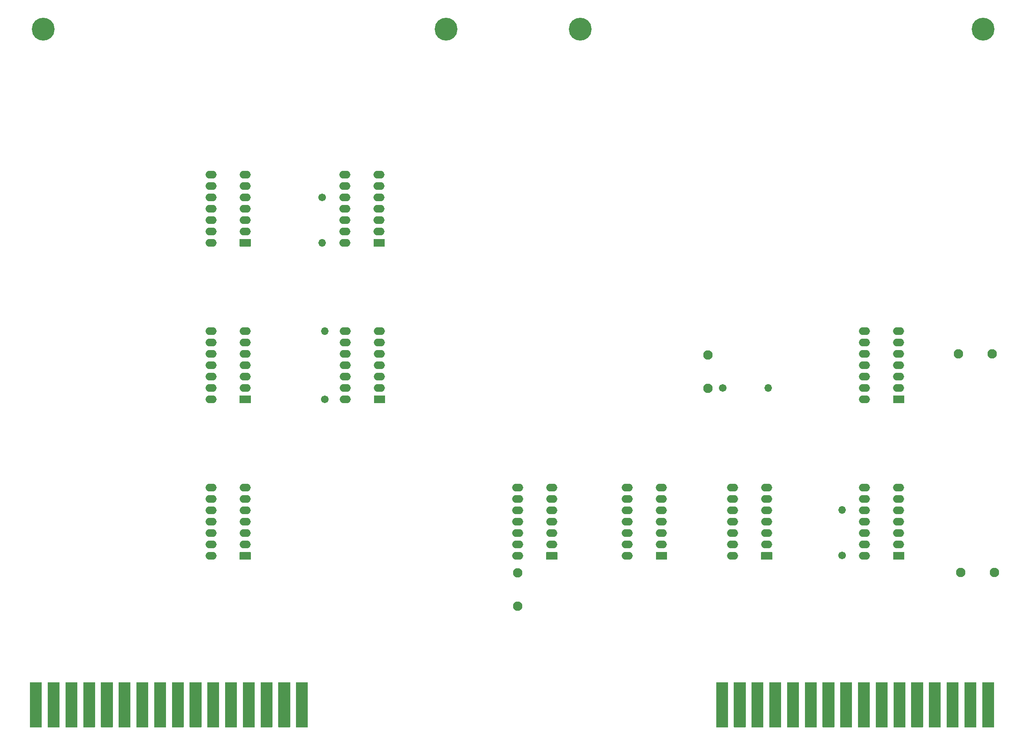
<source format=gbr>
%TF.GenerationSoftware,KiCad,Pcbnew,(5.1.10-1-10_14)*%
%TF.CreationDate,2022-02-06T20:45:04+11:00*%
%TF.ProjectId,Accumulator,41636375-6d75-46c6-9174-6f722e6b6963,rev?*%
%TF.SameCoordinates,Original*%
%TF.FileFunction,Soldermask,Bot*%
%TF.FilePolarity,Negative*%
%FSLAX46Y46*%
G04 Gerber Fmt 4.6, Leading zero omitted, Abs format (unit mm)*
G04 Created by KiCad (PCBNEW (5.1.10-1-10_14)) date 2022-02-06 20:45:04*
%MOMM*%
%LPD*%
G01*
G04 APERTURE LIST*
%ADD10C,2.102000*%
%ADD11C,5.102000*%
%ADD12O,1.702000X1.702000*%
%ADD13C,1.702000*%
%ADD14O,2.502000X1.702000*%
G04 APERTURE END LIST*
D10*
%TO.C,C1*%
X188500000Y-90800000D03*
X188500000Y-98300000D03*
%TD*%
%TO.C,C2*%
X252500000Y-139440000D03*
X245000000Y-139440000D03*
%TD*%
%TO.C,C3*%
X146000000Y-147000000D03*
X146000000Y-139500000D03*
%TD*%
%TO.C,C4*%
X252000000Y-90600000D03*
X244500000Y-90600000D03*
%TD*%
D11*
%TO.C,H2*%
X250000000Y-18000000D03*
X160000000Y-18000000D03*
%TD*%
%TO.C,H1*%
X130000000Y-18000000D03*
X40000000Y-18000000D03*
%TD*%
D12*
%TO.C,R4*%
X102945000Y-85465000D03*
D13*
X102945000Y-100705000D03*
%TD*%
D14*
%TO.C,U2*%
X107430000Y-65740000D03*
X115050000Y-50500000D03*
X107430000Y-63200000D03*
X115050000Y-53040000D03*
X107430000Y-60660000D03*
X115050000Y-55580000D03*
X107430000Y-58120000D03*
X115050000Y-58120000D03*
X107430000Y-55580000D03*
X115050000Y-60660000D03*
X107430000Y-53040000D03*
X115050000Y-63200000D03*
X107430000Y-50500000D03*
G36*
G01*
X116301000Y-64940000D02*
X116301000Y-66540000D01*
G75*
G02*
X116250000Y-66591000I-51000J0D01*
G01*
X113850000Y-66591000D01*
G75*
G02*
X113799000Y-66540000I0J51000D01*
G01*
X113799000Y-64940000D01*
G75*
G02*
X113850000Y-64889000I51000J0D01*
G01*
X116250000Y-64889000D01*
G75*
G02*
X116301000Y-64940000I0J-51000D01*
G01*
G37*
%TD*%
%TO.C,J1*%
G36*
G01*
X190329400Y-174000000D02*
X190329400Y-164000000D01*
G75*
G02*
X190380400Y-163949000I51000J0D01*
G01*
X192920400Y-163949000D01*
G75*
G02*
X192971400Y-164000000I0J-51000D01*
G01*
X192971400Y-174000000D01*
G75*
G02*
X192920400Y-174051000I-51000J0D01*
G01*
X190380400Y-174051000D01*
G75*
G02*
X190329400Y-174000000I0J51000D01*
G01*
G37*
G36*
G01*
X194291800Y-174000000D02*
X194291800Y-164000000D01*
G75*
G02*
X194342800Y-163949000I51000J0D01*
G01*
X196882800Y-163949000D01*
G75*
G02*
X196933800Y-164000000I0J-51000D01*
G01*
X196933800Y-174000000D01*
G75*
G02*
X196882800Y-174051000I-51000J0D01*
G01*
X194342800Y-174051000D01*
G75*
G02*
X194291800Y-174000000I0J51000D01*
G01*
G37*
G36*
G01*
X198254200Y-174000000D02*
X198254200Y-164000000D01*
G75*
G02*
X198305200Y-163949000I51000J0D01*
G01*
X200845200Y-163949000D01*
G75*
G02*
X200896200Y-164000000I0J-51000D01*
G01*
X200896200Y-174000000D01*
G75*
G02*
X200845200Y-174051000I-51000J0D01*
G01*
X198305200Y-174051000D01*
G75*
G02*
X198254200Y-174000000I0J51000D01*
G01*
G37*
G36*
G01*
X202216600Y-174000000D02*
X202216600Y-164000000D01*
G75*
G02*
X202267600Y-163949000I51000J0D01*
G01*
X204807600Y-163949000D01*
G75*
G02*
X204858600Y-164000000I0J-51000D01*
G01*
X204858600Y-174000000D01*
G75*
G02*
X204807600Y-174051000I-51000J0D01*
G01*
X202267600Y-174051000D01*
G75*
G02*
X202216600Y-174000000I0J51000D01*
G01*
G37*
G36*
G01*
X206179000Y-174000000D02*
X206179000Y-164000000D01*
G75*
G02*
X206230000Y-163949000I51000J0D01*
G01*
X208770000Y-163949000D01*
G75*
G02*
X208821000Y-164000000I0J-51000D01*
G01*
X208821000Y-174000000D01*
G75*
G02*
X208770000Y-174051000I-51000J0D01*
G01*
X206230000Y-174051000D01*
G75*
G02*
X206179000Y-174000000I0J51000D01*
G01*
G37*
G36*
G01*
X210141400Y-174000000D02*
X210141400Y-164000000D01*
G75*
G02*
X210192400Y-163949000I51000J0D01*
G01*
X212732400Y-163949000D01*
G75*
G02*
X212783400Y-164000000I0J-51000D01*
G01*
X212783400Y-174000000D01*
G75*
G02*
X212732400Y-174051000I-51000J0D01*
G01*
X210192400Y-174051000D01*
G75*
G02*
X210141400Y-174000000I0J51000D01*
G01*
G37*
G36*
G01*
X214103800Y-174000000D02*
X214103800Y-164000000D01*
G75*
G02*
X214154800Y-163949000I51000J0D01*
G01*
X216694800Y-163949000D01*
G75*
G02*
X216745800Y-164000000I0J-51000D01*
G01*
X216745800Y-174000000D01*
G75*
G02*
X216694800Y-174051000I-51000J0D01*
G01*
X214154800Y-174051000D01*
G75*
G02*
X214103800Y-174000000I0J51000D01*
G01*
G37*
G36*
G01*
X218066200Y-174000000D02*
X218066200Y-164000000D01*
G75*
G02*
X218117200Y-163949000I51000J0D01*
G01*
X220657200Y-163949000D01*
G75*
G02*
X220708200Y-164000000I0J-51000D01*
G01*
X220708200Y-174000000D01*
G75*
G02*
X220657200Y-174051000I-51000J0D01*
G01*
X218117200Y-174051000D01*
G75*
G02*
X218066200Y-174000000I0J51000D01*
G01*
G37*
G36*
G01*
X222028600Y-174000000D02*
X222028600Y-164000000D01*
G75*
G02*
X222079600Y-163949000I51000J0D01*
G01*
X224619600Y-163949000D01*
G75*
G02*
X224670600Y-164000000I0J-51000D01*
G01*
X224670600Y-174000000D01*
G75*
G02*
X224619600Y-174051000I-51000J0D01*
G01*
X222079600Y-174051000D01*
G75*
G02*
X222028600Y-174000000I0J51000D01*
G01*
G37*
G36*
G01*
X225991000Y-174000000D02*
X225991000Y-164000000D01*
G75*
G02*
X226042000Y-163949000I51000J0D01*
G01*
X228582000Y-163949000D01*
G75*
G02*
X228633000Y-164000000I0J-51000D01*
G01*
X228633000Y-174000000D01*
G75*
G02*
X228582000Y-174051000I-51000J0D01*
G01*
X226042000Y-174051000D01*
G75*
G02*
X225991000Y-174000000I0J51000D01*
G01*
G37*
G36*
G01*
X229953400Y-174000000D02*
X229953400Y-164000000D01*
G75*
G02*
X230004400Y-163949000I51000J0D01*
G01*
X232544400Y-163949000D01*
G75*
G02*
X232595400Y-164000000I0J-51000D01*
G01*
X232595400Y-174000000D01*
G75*
G02*
X232544400Y-174051000I-51000J0D01*
G01*
X230004400Y-174051000D01*
G75*
G02*
X229953400Y-174000000I0J51000D01*
G01*
G37*
G36*
G01*
X233915800Y-174000000D02*
X233915800Y-164000000D01*
G75*
G02*
X233966800Y-163949000I51000J0D01*
G01*
X236506800Y-163949000D01*
G75*
G02*
X236557800Y-164000000I0J-51000D01*
G01*
X236557800Y-174000000D01*
G75*
G02*
X236506800Y-174051000I-51000J0D01*
G01*
X233966800Y-174051000D01*
G75*
G02*
X233915800Y-174000000I0J51000D01*
G01*
G37*
G36*
G01*
X237878200Y-174000000D02*
X237878200Y-164000000D01*
G75*
G02*
X237929200Y-163949000I51000J0D01*
G01*
X240469200Y-163949000D01*
G75*
G02*
X240520200Y-164000000I0J-51000D01*
G01*
X240520200Y-174000000D01*
G75*
G02*
X240469200Y-174051000I-51000J0D01*
G01*
X237929200Y-174051000D01*
G75*
G02*
X237878200Y-174000000I0J51000D01*
G01*
G37*
G36*
G01*
X241840600Y-174000000D02*
X241840600Y-164000000D01*
G75*
G02*
X241891600Y-163949000I51000J0D01*
G01*
X244431600Y-163949000D01*
G75*
G02*
X244482600Y-164000000I0J-51000D01*
G01*
X244482600Y-174000000D01*
G75*
G02*
X244431600Y-174051000I-51000J0D01*
G01*
X241891600Y-174051000D01*
G75*
G02*
X241840600Y-174000000I0J51000D01*
G01*
G37*
G36*
G01*
X245803000Y-174000000D02*
X245803000Y-164000000D01*
G75*
G02*
X245854000Y-163949000I51000J0D01*
G01*
X248394000Y-163949000D01*
G75*
G02*
X248445000Y-164000000I0J-51000D01*
G01*
X248445000Y-174000000D01*
G75*
G02*
X248394000Y-174051000I-51000J0D01*
G01*
X245854000Y-174051000D01*
G75*
G02*
X245803000Y-174000000I0J51000D01*
G01*
G37*
G36*
G01*
X249765400Y-174000000D02*
X249765400Y-164000000D01*
G75*
G02*
X249816400Y-163949000I51000J0D01*
G01*
X252356400Y-163949000D01*
G75*
G02*
X252407400Y-164000000I0J-51000D01*
G01*
X252407400Y-174000000D01*
G75*
G02*
X252356400Y-174051000I-51000J0D01*
G01*
X249816400Y-174051000D01*
G75*
G02*
X249765400Y-174000000I0J51000D01*
G01*
G37*
%TD*%
%TO.C,J2*%
G36*
G01*
X37043000Y-174000000D02*
X37043000Y-164000000D01*
G75*
G02*
X37094000Y-163949000I51000J0D01*
G01*
X39634000Y-163949000D01*
G75*
G02*
X39685000Y-164000000I0J-51000D01*
G01*
X39685000Y-174000000D01*
G75*
G02*
X39634000Y-174051000I-51000J0D01*
G01*
X37094000Y-174051000D01*
G75*
G02*
X37043000Y-174000000I0J51000D01*
G01*
G37*
G36*
G01*
X41005400Y-174000000D02*
X41005400Y-164000000D01*
G75*
G02*
X41056400Y-163949000I51000J0D01*
G01*
X43596400Y-163949000D01*
G75*
G02*
X43647400Y-164000000I0J-51000D01*
G01*
X43647400Y-174000000D01*
G75*
G02*
X43596400Y-174051000I-51000J0D01*
G01*
X41056400Y-174051000D01*
G75*
G02*
X41005400Y-174000000I0J51000D01*
G01*
G37*
G36*
G01*
X44967800Y-174000000D02*
X44967800Y-164000000D01*
G75*
G02*
X45018800Y-163949000I51000J0D01*
G01*
X47558800Y-163949000D01*
G75*
G02*
X47609800Y-164000000I0J-51000D01*
G01*
X47609800Y-174000000D01*
G75*
G02*
X47558800Y-174051000I-51000J0D01*
G01*
X45018800Y-174051000D01*
G75*
G02*
X44967800Y-174000000I0J51000D01*
G01*
G37*
G36*
G01*
X48930200Y-174000000D02*
X48930200Y-164000000D01*
G75*
G02*
X48981200Y-163949000I51000J0D01*
G01*
X51521200Y-163949000D01*
G75*
G02*
X51572200Y-164000000I0J-51000D01*
G01*
X51572200Y-174000000D01*
G75*
G02*
X51521200Y-174051000I-51000J0D01*
G01*
X48981200Y-174051000D01*
G75*
G02*
X48930200Y-174000000I0J51000D01*
G01*
G37*
G36*
G01*
X52892600Y-174000000D02*
X52892600Y-164000000D01*
G75*
G02*
X52943600Y-163949000I51000J0D01*
G01*
X55483600Y-163949000D01*
G75*
G02*
X55534600Y-164000000I0J-51000D01*
G01*
X55534600Y-174000000D01*
G75*
G02*
X55483600Y-174051000I-51000J0D01*
G01*
X52943600Y-174051000D01*
G75*
G02*
X52892600Y-174000000I0J51000D01*
G01*
G37*
G36*
G01*
X56855000Y-174000000D02*
X56855000Y-164000000D01*
G75*
G02*
X56906000Y-163949000I51000J0D01*
G01*
X59446000Y-163949000D01*
G75*
G02*
X59497000Y-164000000I0J-51000D01*
G01*
X59497000Y-174000000D01*
G75*
G02*
X59446000Y-174051000I-51000J0D01*
G01*
X56906000Y-174051000D01*
G75*
G02*
X56855000Y-174000000I0J51000D01*
G01*
G37*
G36*
G01*
X60817400Y-174000000D02*
X60817400Y-164000000D01*
G75*
G02*
X60868400Y-163949000I51000J0D01*
G01*
X63408400Y-163949000D01*
G75*
G02*
X63459400Y-164000000I0J-51000D01*
G01*
X63459400Y-174000000D01*
G75*
G02*
X63408400Y-174051000I-51000J0D01*
G01*
X60868400Y-174051000D01*
G75*
G02*
X60817400Y-174000000I0J51000D01*
G01*
G37*
G36*
G01*
X64779800Y-174000000D02*
X64779800Y-164000000D01*
G75*
G02*
X64830800Y-163949000I51000J0D01*
G01*
X67370800Y-163949000D01*
G75*
G02*
X67421800Y-164000000I0J-51000D01*
G01*
X67421800Y-174000000D01*
G75*
G02*
X67370800Y-174051000I-51000J0D01*
G01*
X64830800Y-174051000D01*
G75*
G02*
X64779800Y-174000000I0J51000D01*
G01*
G37*
G36*
G01*
X68742200Y-174000000D02*
X68742200Y-164000000D01*
G75*
G02*
X68793200Y-163949000I51000J0D01*
G01*
X71333200Y-163949000D01*
G75*
G02*
X71384200Y-164000000I0J-51000D01*
G01*
X71384200Y-174000000D01*
G75*
G02*
X71333200Y-174051000I-51000J0D01*
G01*
X68793200Y-174051000D01*
G75*
G02*
X68742200Y-174000000I0J51000D01*
G01*
G37*
G36*
G01*
X72704600Y-174000000D02*
X72704600Y-164000000D01*
G75*
G02*
X72755600Y-163949000I51000J0D01*
G01*
X75295600Y-163949000D01*
G75*
G02*
X75346600Y-164000000I0J-51000D01*
G01*
X75346600Y-174000000D01*
G75*
G02*
X75295600Y-174051000I-51000J0D01*
G01*
X72755600Y-174051000D01*
G75*
G02*
X72704600Y-174000000I0J51000D01*
G01*
G37*
G36*
G01*
X76667000Y-174000000D02*
X76667000Y-164000000D01*
G75*
G02*
X76718000Y-163949000I51000J0D01*
G01*
X79258000Y-163949000D01*
G75*
G02*
X79309000Y-164000000I0J-51000D01*
G01*
X79309000Y-174000000D01*
G75*
G02*
X79258000Y-174051000I-51000J0D01*
G01*
X76718000Y-174051000D01*
G75*
G02*
X76667000Y-174000000I0J51000D01*
G01*
G37*
G36*
G01*
X80629400Y-174000000D02*
X80629400Y-164000000D01*
G75*
G02*
X80680400Y-163949000I51000J0D01*
G01*
X83220400Y-163949000D01*
G75*
G02*
X83271400Y-164000000I0J-51000D01*
G01*
X83271400Y-174000000D01*
G75*
G02*
X83220400Y-174051000I-51000J0D01*
G01*
X80680400Y-174051000D01*
G75*
G02*
X80629400Y-174000000I0J51000D01*
G01*
G37*
G36*
G01*
X84591800Y-174000000D02*
X84591800Y-164000000D01*
G75*
G02*
X84642800Y-163949000I51000J0D01*
G01*
X87182800Y-163949000D01*
G75*
G02*
X87233800Y-164000000I0J-51000D01*
G01*
X87233800Y-174000000D01*
G75*
G02*
X87182800Y-174051000I-51000J0D01*
G01*
X84642800Y-174051000D01*
G75*
G02*
X84591800Y-174000000I0J51000D01*
G01*
G37*
G36*
G01*
X88554200Y-174000000D02*
X88554200Y-164000000D01*
G75*
G02*
X88605200Y-163949000I51000J0D01*
G01*
X91145200Y-163949000D01*
G75*
G02*
X91196200Y-164000000I0J-51000D01*
G01*
X91196200Y-174000000D01*
G75*
G02*
X91145200Y-174051000I-51000J0D01*
G01*
X88605200Y-174051000D01*
G75*
G02*
X88554200Y-174000000I0J51000D01*
G01*
G37*
G36*
G01*
X92516600Y-174000000D02*
X92516600Y-164000000D01*
G75*
G02*
X92567600Y-163949000I51000J0D01*
G01*
X95107600Y-163949000D01*
G75*
G02*
X95158600Y-164000000I0J-51000D01*
G01*
X95158600Y-174000000D01*
G75*
G02*
X95107600Y-174051000I-51000J0D01*
G01*
X92567600Y-174051000D01*
G75*
G02*
X92516600Y-174000000I0J51000D01*
G01*
G37*
G36*
G01*
X96479000Y-174000000D02*
X96479000Y-164000000D01*
G75*
G02*
X96530000Y-163949000I51000J0D01*
G01*
X99070000Y-163949000D01*
G75*
G02*
X99121000Y-164000000I0J-51000D01*
G01*
X99121000Y-174000000D01*
G75*
G02*
X99070000Y-174051000I-51000J0D01*
G01*
X96530000Y-174051000D01*
G75*
G02*
X96479000Y-174000000I0J51000D01*
G01*
G37*
%TD*%
D12*
%TO.C,R1*%
X102310000Y-65780000D03*
D13*
X102310000Y-55620000D03*
%TD*%
D12*
%TO.C,R2*%
X202005000Y-98165000D03*
D13*
X191845000Y-98165000D03*
%TD*%
D12*
%TO.C,R3*%
X218500000Y-125500000D03*
D13*
X218500000Y-135660000D03*
%TD*%
D14*
%TO.C,U1*%
X77500000Y-65740000D03*
X85120000Y-50500000D03*
X77500000Y-63200000D03*
X85120000Y-53040000D03*
X77500000Y-60660000D03*
X85120000Y-55580000D03*
X77500000Y-58120000D03*
X85120000Y-58120000D03*
X77500000Y-55580000D03*
X85120000Y-60660000D03*
X77500000Y-53040000D03*
X85120000Y-63200000D03*
X77500000Y-50500000D03*
G36*
G01*
X86371000Y-64940000D02*
X86371000Y-66540000D01*
G75*
G02*
X86320000Y-66591000I-51000J0D01*
G01*
X83920000Y-66591000D01*
G75*
G02*
X83869000Y-66540000I0J51000D01*
G01*
X83869000Y-64940000D01*
G75*
G02*
X83920000Y-64889000I51000J0D01*
G01*
X86320000Y-64889000D01*
G75*
G02*
X86371000Y-64940000I0J-51000D01*
G01*
G37*
%TD*%
%TO.C,U3*%
X77500000Y-100740000D03*
X85120000Y-85500000D03*
X77500000Y-98200000D03*
X85120000Y-88040000D03*
X77500000Y-95660000D03*
X85120000Y-90580000D03*
X77500000Y-93120000D03*
X85120000Y-93120000D03*
X77500000Y-90580000D03*
X85120000Y-95660000D03*
X77500000Y-88040000D03*
X85120000Y-98200000D03*
X77500000Y-85500000D03*
G36*
G01*
X86371000Y-99940000D02*
X86371000Y-101540000D01*
G75*
G02*
X86320000Y-101591000I-51000J0D01*
G01*
X83920000Y-101591000D01*
G75*
G02*
X83869000Y-101540000I0J51000D01*
G01*
X83869000Y-99940000D01*
G75*
G02*
X83920000Y-99889000I51000J0D01*
G01*
X86320000Y-99889000D01*
G75*
G02*
X86371000Y-99940000I0J-51000D01*
G01*
G37*
%TD*%
%TO.C,U4*%
X107500000Y-100740000D03*
X115120000Y-85500000D03*
X107500000Y-98200000D03*
X115120000Y-88040000D03*
X107500000Y-95660000D03*
X115120000Y-90580000D03*
X107500000Y-93120000D03*
X115120000Y-93120000D03*
X107500000Y-90580000D03*
X115120000Y-95660000D03*
X107500000Y-88040000D03*
X115120000Y-98200000D03*
X107500000Y-85500000D03*
G36*
G01*
X116371000Y-99940000D02*
X116371000Y-101540000D01*
G75*
G02*
X116320000Y-101591000I-51000J0D01*
G01*
X113920000Y-101591000D01*
G75*
G02*
X113869000Y-101540000I0J51000D01*
G01*
X113869000Y-99940000D01*
G75*
G02*
X113920000Y-99889000I51000J0D01*
G01*
X116320000Y-99889000D01*
G75*
G02*
X116371000Y-99940000I0J-51000D01*
G01*
G37*
%TD*%
%TO.C,U5*%
X223500000Y-100740000D03*
X231120000Y-85500000D03*
X223500000Y-98200000D03*
X231120000Y-88040000D03*
X223500000Y-95660000D03*
X231120000Y-90580000D03*
X223500000Y-93120000D03*
X231120000Y-93120000D03*
X223500000Y-90580000D03*
X231120000Y-95660000D03*
X223500000Y-88040000D03*
X231120000Y-98200000D03*
X223500000Y-85500000D03*
G36*
G01*
X232371000Y-99940000D02*
X232371000Y-101540000D01*
G75*
G02*
X232320000Y-101591000I-51000J0D01*
G01*
X229920000Y-101591000D01*
G75*
G02*
X229869000Y-101540000I0J51000D01*
G01*
X229869000Y-99940000D01*
G75*
G02*
X229920000Y-99889000I51000J0D01*
G01*
X232320000Y-99889000D01*
G75*
G02*
X232371000Y-99940000I0J-51000D01*
G01*
G37*
%TD*%
%TO.C,U6*%
X77500000Y-135740000D03*
X85120000Y-120500000D03*
X77500000Y-133200000D03*
X85120000Y-123040000D03*
X77500000Y-130660000D03*
X85120000Y-125580000D03*
X77500000Y-128120000D03*
X85120000Y-128120000D03*
X77500000Y-125580000D03*
X85120000Y-130660000D03*
X77500000Y-123040000D03*
X85120000Y-133200000D03*
X77500000Y-120500000D03*
G36*
G01*
X86371000Y-134940000D02*
X86371000Y-136540000D01*
G75*
G02*
X86320000Y-136591000I-51000J0D01*
G01*
X83920000Y-136591000D01*
G75*
G02*
X83869000Y-136540000I0J51000D01*
G01*
X83869000Y-134940000D01*
G75*
G02*
X83920000Y-134889000I51000J0D01*
G01*
X86320000Y-134889000D01*
G75*
G02*
X86371000Y-134940000I0J-51000D01*
G01*
G37*
%TD*%
%TO.C,U7*%
X146000000Y-135740000D03*
X153620000Y-120500000D03*
X146000000Y-133200000D03*
X153620000Y-123040000D03*
X146000000Y-130660000D03*
X153620000Y-125580000D03*
X146000000Y-128120000D03*
X153620000Y-128120000D03*
X146000000Y-125580000D03*
X153620000Y-130660000D03*
X146000000Y-123040000D03*
X153620000Y-133200000D03*
X146000000Y-120500000D03*
G36*
G01*
X154871000Y-134940000D02*
X154871000Y-136540000D01*
G75*
G02*
X154820000Y-136591000I-51000J0D01*
G01*
X152420000Y-136591000D01*
G75*
G02*
X152369000Y-136540000I0J51000D01*
G01*
X152369000Y-134940000D01*
G75*
G02*
X152420000Y-134889000I51000J0D01*
G01*
X154820000Y-134889000D01*
G75*
G02*
X154871000Y-134940000I0J-51000D01*
G01*
G37*
%TD*%
%TO.C,U8*%
X170500000Y-135740000D03*
X178120000Y-120500000D03*
X170500000Y-133200000D03*
X178120000Y-123040000D03*
X170500000Y-130660000D03*
X178120000Y-125580000D03*
X170500000Y-128120000D03*
X178120000Y-128120000D03*
X170500000Y-125580000D03*
X178120000Y-130660000D03*
X170500000Y-123040000D03*
X178120000Y-133200000D03*
X170500000Y-120500000D03*
G36*
G01*
X179371000Y-134940000D02*
X179371000Y-136540000D01*
G75*
G02*
X179320000Y-136591000I-51000J0D01*
G01*
X176920000Y-136591000D01*
G75*
G02*
X176869000Y-136540000I0J51000D01*
G01*
X176869000Y-134940000D01*
G75*
G02*
X176920000Y-134889000I51000J0D01*
G01*
X179320000Y-134889000D01*
G75*
G02*
X179371000Y-134940000I0J-51000D01*
G01*
G37*
%TD*%
%TO.C,U9*%
X194000000Y-135740000D03*
X201620000Y-120500000D03*
X194000000Y-133200000D03*
X201620000Y-123040000D03*
X194000000Y-130660000D03*
X201620000Y-125580000D03*
X194000000Y-128120000D03*
X201620000Y-128120000D03*
X194000000Y-125580000D03*
X201620000Y-130660000D03*
X194000000Y-123040000D03*
X201620000Y-133200000D03*
X194000000Y-120500000D03*
G36*
G01*
X202871000Y-134940000D02*
X202871000Y-136540000D01*
G75*
G02*
X202820000Y-136591000I-51000J0D01*
G01*
X200420000Y-136591000D01*
G75*
G02*
X200369000Y-136540000I0J51000D01*
G01*
X200369000Y-134940000D01*
G75*
G02*
X200420000Y-134889000I51000J0D01*
G01*
X202820000Y-134889000D01*
G75*
G02*
X202871000Y-134940000I0J-51000D01*
G01*
G37*
%TD*%
%TO.C,U10*%
X223500000Y-135740000D03*
X231120000Y-120500000D03*
X223500000Y-133200000D03*
X231120000Y-123040000D03*
X223500000Y-130660000D03*
X231120000Y-125580000D03*
X223500000Y-128120000D03*
X231120000Y-128120000D03*
X223500000Y-125580000D03*
X231120000Y-130660000D03*
X223500000Y-123040000D03*
X231120000Y-133200000D03*
X223500000Y-120500000D03*
G36*
G01*
X232371000Y-134940000D02*
X232371000Y-136540000D01*
G75*
G02*
X232320000Y-136591000I-51000J0D01*
G01*
X229920000Y-136591000D01*
G75*
G02*
X229869000Y-136540000I0J51000D01*
G01*
X229869000Y-134940000D01*
G75*
G02*
X229920000Y-134889000I51000J0D01*
G01*
X232320000Y-134889000D01*
G75*
G02*
X232371000Y-134940000I0J-51000D01*
G01*
G37*
%TD*%
M02*

</source>
